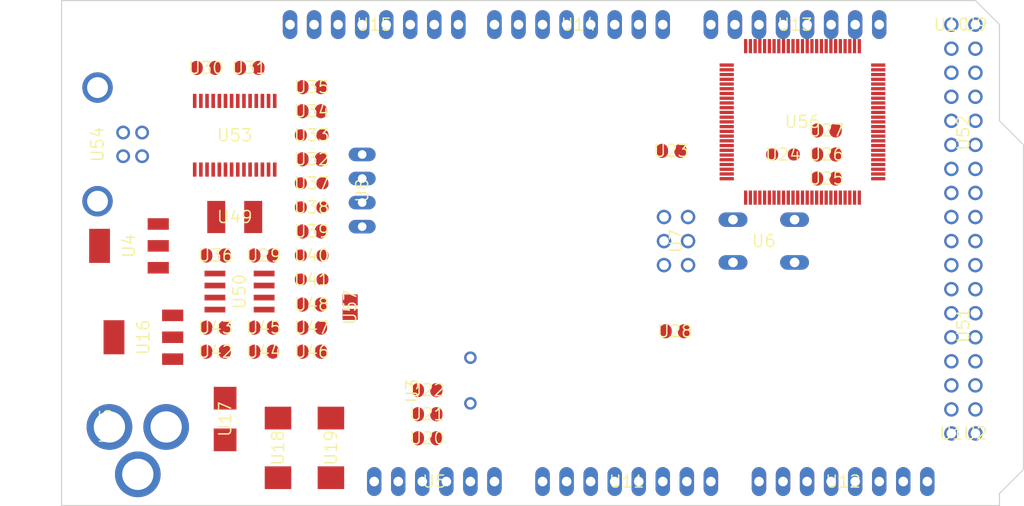
<source format=kicad_pcb>
(kicad_pcb (version 20221018) (generator pcbnew)
  (layers (0 "F.Cu" signal "Top") (31 "B.Cu" signal "Bottom") (34 "B.Paste" user) (35 "F.Paste" user) (36 "B.SilkS" user "B.Silkscreen") (37 "F.SilkS" user "F.Silkscreen") (38 "B.Mask" user) (39 "F.Mask" user) (44 "Edge.Cuts" user))
  (net 0 "")
  (net 1 "+5V")
  (net 2 "GND")
  (net 3 "N$6")
  (net 4 "N$7")
  (net 5 "AREF")
  (net 6 "RESET")
  (net 7 "VIN")
  (net 8 "N$3")
  (net 9 "PWRIN")
  (net 10 "M8RXD")
  (net 11 "M8TXD")
  (net 12 "ADC0")
  (net 13 "ADC2")
  (net 14 "ADC1")
  (net 15 "ADC3")
  (net 16 "ADC4")
  (net 17 "ADC5")
  (net 18 "ADC6")
  (net 19 "ADC7")
  (net 20 "+3V3")
  (net 21 "SDA")
  (net 22 "SCL")
  (net 23 "ADC9")
  (net 24 "ADC8")
  (net 25 "ADC10")
  (net 26 "ADC11")
  (net 27 "ADC12")
  (net 28 "ADC13")
  (net 29 "ADC14")
  (net 30 "ADC15")
  (net 31 "PB3")
  (net 32 "PB2")
  (net 33 "PB1")
  (net 34 "PB5")
  (net 35 "PB4")
  (net 36 "PE5")
  (net 37 "PE4")
  (net 38 "PE3")
  (net 39 "PE1")
  (net 40 "PE0")
  (net 41 "N$15")
  (net 42 "N$53")
  (net 43 "N$54")
  (net 44 "N$55")
  (net 45 "D-")
  (net 46 "D+")
  (net 47 "N$60")
  (net 48 "DTR")
  (net 49 "USBVCC")
  (net 50 "N$2")
  (net 51 "N$4")
  (net 52 "GATE_CMD")
  (net 53 "CMP")
  (net 54 "PB6")
  (net 55 "PH3")
  (net 56 "PH4")
  (net 57 "PH5")
  (net 58 "PH6")
  (net 59 "PG5")
  (net 60 "RXD1")
  (net 61 "TXD1")
  (net 62 "RXD2")
  (net 63 "RXD3")
  (net 64 "TXD2")
  (net 65 "TXD3")
  (net 66 "PC0")
  (net 67 "PC1")
  (net 68 "PC2")
  (net 69 "PC3")
  (net 70 "PC4")
  (net 71 "PC5")
  (net 72 "PC6")
  (net 73 "PC7")
  (net 74 "PB0")
  (net 75 "PG0")
  (net 76 "PG1")
  (net 77 "PG2")
  (net 78 "PD7")
  (net 79 "PA0")
  (net 80 "PA1")
  (net 81 "PA2")
  (net 82 "PA3")
  (net 83 "PA4")
  (net 84 "PA5")
  (net 85 "PA6")
  (net 86 "PA7")
  (net 87 "PL0")
  (net 88 "PL1")
  (net 89 "PL2")
  (net 90 "PL3")
  (net 91 "PL4")
  (net 92 "PL5")
  (net 93 "PL6")
  (net 94 "PL7")
  (net 95 "PB7")
  (net 96 "CTS")
  (net 97 "DSR")
  (net 98 "DCD")
  (net 99 "RI")
  (footprint "Arduino_MEGA_Reference_Design:2X03" (layer "F.Cu") (at 162.5981 103.7336 -90)
    (fp_text reference "U7")
    (fp_text value "")
  )
  (footprint "Arduino_MEGA_Reference_Design:1X08" (layer "F.Cu") (at 152.3111 80.8736 180)
    (fp_text reference "U14")
    (fp_text value "")
  )
  (footprint "Arduino_MEGA_Reference_Design:1X08" (layer "F.Cu") (at 130.7211 80.8736 180)
    (fp_text reference "U15")
    (fp_text value "")
  )
  (footprint "Arduino_MEGA_Reference_Design:SMC_D" (layer "F.Cu") (at 120.5611 125.5776 -90)
    (fp_text reference "U18")
    (fp_text value "")
  )
  (footprint "Arduino_MEGA_Reference_Design:SMC_D" (layer "F.Cu") (at 126.1491 125.5776 -90)
    (fp_text reference "U19")
    (fp_text value "")
  )
  (footprint "Arduino_MEGA_Reference_Design:B3F-10XX" (layer "F.Cu") (at 171.8691 103.7336 180)
    (fp_text reference "U6")
    (fp_text value "")
  )
  (footprint "Arduino_MEGA_Reference_Design:0805RND" (layer "F.Cu") (at 173.9011 94.5896 180)
    (fp_text reference "U24")
    (fp_text value "")
  )
  (footprint "Arduino_MEGA_Reference_Design:SMB" (layer "F.Cu") (at 114.9731 122.5296 -90)
    (fp_text reference "U17")
    (fp_text value "")
  )
  (footprint "Arduino_MEGA_Reference_Design:DC-21MM" (layer "F.Cu") (at 103.0351 123.2916 90)
    (fp_text reference "U55")
    (fp_text value "")
  )
  (footprint "Arduino_MEGA_Reference_Design:HC49_S" (layer "F.Cu") (at 140.8811 118.4656 90)
    (fp_text reference "U3")
    (fp_text value "")
  )
  (footprint "Arduino_MEGA_Reference_Design:SOT223" (layer "F.Cu") (at 106.3371 113.8936 90)
    (fp_text reference "U16")
    (fp_text value "")
  )
  (footprint "Arduino_MEGA_Reference_Design:1X06" (layer "F.Cu") (at 137.0711 129.1336)
    (fp_text reference "U5")
    (fp_text value "")
  )
  (footprint "Arduino_MEGA_Reference_Design:C0805RND" (layer "F.Cu") (at 124.1171 87.4776)
    (fp_text reference "U35")
    (fp_text value "")
  )
  (footprint "Arduino_MEGA_Reference_Design:C0805RND" (layer "F.Cu") (at 162.4711 113.2586)
    (fp_text reference "U28")
    (fp_text value "")
  )
  (footprint "Arduino_MEGA_Reference_Design:C0805RND" (layer "F.Cu") (at 136.3091 122.0216)
    (fp_text reference "U21")
    (fp_text value "")
  )
  (footprint "Arduino_MEGA_Reference_Design:C0805RND" (layer "F.Cu") (at 136.3091 119.4816)
    (fp_text reference "U22")
    (fp_text value "")
  )
  (footprint "Arduino_MEGA_Reference_Design:C0805RND" (layer "F.Cu") (at 113.9571 112.8776)
    (fp_text reference "U43")
    (fp_text value "")
  )
  (footprint "Arduino_MEGA_Reference_Design:RCL_0805RND" (layer "F.Cu") (at 124.1171 105.2576)
    (fp_text reference "U40")
    (fp_text value "")
  )
  (footprint "Arduino_MEGA_Reference_Design:RCL_0805RND" (layer "F.Cu") (at 124.1171 107.7976)
    (fp_text reference "U41")
    (fp_text value "")
  )
  (footprint "Arduino_MEGA_Reference_Design:1X08" (layer "F.Cu") (at 157.3911 129.1336)
    (fp_text reference "U11")
    (fp_text value "")
  )
  (footprint "Arduino_MEGA_Reference_Design:1X08" (layer "F.Cu") (at 175.1711 80.8736 180)
    (fp_text reference "U13")
    (fp_text value "")
  )
  (footprint "Arduino_MEGA_Reference_Design:R0805RND" (layer "F.Cu") (at 178.4731 94.5896 180)
    (fp_text reference "U26")
    (fp_text value "")
  )
  (footprint "Arduino_MEGA_Reference_Design:R0805RND" (layer "F.Cu") (at 178.4731 92.0496 180)
    (fp_text reference "U27")
    (fp_text value "")
  )
  (footprint "Arduino_MEGA_Reference_Design:TQFP100" (layer "F.Cu") (at 175.95455932617188 91.14759826660156 0)
    (fp_text reference "U56")
    (fp_text value "")
  )
  (footprint "Arduino_MEGA_Reference_Design:C0805RND" (layer "F.Cu") (at 162.0901 94.2086 180)
    (fp_text reference "U23")
    (fp_text value "")
  )
  (footprint "Arduino_MEGA_Reference_Design:C0805RND" (layer "F.Cu") (at 136.3091 124.5616)
    (fp_text reference "U20")
    (fp_text value "")
  )
  (footprint "Arduino_MEGA_Reference_Design:1X08" (layer "F.Cu") (at 180.2511 129.1336)
    (fp_text reference "U12")
    (fp_text value "")
  )
  (footprint "Arduino_MEGA_Reference_Design:R0805RND" (layer "F.Cu") (at 124.1171 112.8776)
    (fp_text reference "U47")
    (fp_text value "")
  )
  (footprint "Arduino_MEGA_Reference_Design:C0805RND" (layer "F.Cu") (at 124.1171 115.4176)
    (fp_text reference "U46")
    (fp_text value "")
  )
  (footprint "Arduino_MEGA_Reference_Design:C0805RND" (layer "F.Cu") (at 113.9571 105.2576)
    (fp_text reference "U36")
    (fp_text value "")
  )
  (footprint "Arduino_MEGA_Reference_Design:C0805RND" (layer "F.Cu") (at 112.9411 85.4456)
    (fp_text reference "U30")
    (fp_text value "")
  )
  (footprint "Arduino_MEGA_Reference_Design:0805RND" (layer "F.Cu") (at 124.1171 100.1776 180)
    (fp_text reference "U38")
    (fp_text value "")
  )
  (footprint "Arduino_MEGA_Reference_Design:0805RND" (layer "F.Cu") (at 124.1171 97.6376 180)
    (fp_text reference "U37")
    (fp_text value "")
  )
  (footprint "Arduino_MEGA_Reference_Design:R0805RND" (layer "F.Cu") (at 124.1171 95.0976)
    (fp_text reference "U32")
    (fp_text value "")
  )
  (footprint "Arduino_MEGA_Reference_Design:R0805RND" (layer "F.Cu") (at 124.1171 102.7176)
    (fp_text reference "U39")
    (fp_text value "")
  )
  (footprint "Arduino_MEGA_Reference_Design:SSOP28" (layer "F.Cu") (at 115.9891 92.5576)
    (fp_text reference "U53")
    (fp_text value "")
  )
  (footprint "Arduino_MEGA_Reference_Design:PN61729" (layer "F.Cu") (at 98.9584 93.5228 -90)
    (fp_text reference "U54")
    (fp_text value "")
  )
  (footprint "Arduino_MEGA_Reference_Design:L1812" (layer "F.Cu") (at 115.9891 101.1936)
    (fp_text reference "U49")
    (fp_text value "")
  )
  (footprint "Arduino_MEGA_Reference_Design:C0805RND" (layer "F.Cu") (at 117.5131 85.4456)
    (fp_text reference "U31")
    (fp_text value "")
  )
  (footprint "Arduino_MEGA_Reference_Design:0805RND" (layer "F.Cu") (at 124.1171 92.5576 180)
    (fp_text reference "U33")
    (fp_text value "")
  )
  (footprint "Arduino_MEGA_Reference_Design:R0805RND" (layer "F.Cu") (at 124.1171 90.0176 180)
    (fp_text reference "U34")
    (fp_text value "")
  )
  (footprint "Arduino_MEGA_Reference_Design:C0805RND" (layer "F.Cu") (at 124.1171 110.4392 180)
    (fp_text reference "U48")
    (fp_text value "")
  )
  (footprint "Arduino_MEGA_Reference_Design:SOT223" (layer "F.Cu") (at 104.8131 104.2416 90)
    (fp_text reference "U4")
    (fp_text value "")
  )
  (footprint "Arduino_MEGA_Reference_Design:SO08" (layer "F.Cu") (at 116.4971 109.0676 -90)
    (fp_text reference "U50")
    (fp_text value "")
  )
  (footprint "Arduino_MEGA_Reference_Design:R0805RND" (layer "F.Cu") (at 113.9571 115.4176 180)
    (fp_text reference "U42")
    (fp_text value "")
  )
  (footprint "Arduino_MEGA_Reference_Design:R0805RND" (layer "F.Cu") (at 119.0371 112.8776 180)
    (fp_text reference "U45")
    (fp_text value "")
  )
  (footprint "Arduino_MEGA_Reference_Design:C0805RND" (layer "F.Cu") (at 119.0371 115.4176 180)
    (fp_text reference "U44")
    (fp_text value "")
  )
  (footprint "Arduino_MEGA_Reference_Design:C0805RND" (layer "F.Cu") (at 119.0371 105.2576)
    (fp_text reference "U29")
    (fp_text value "")
  )
  (footprint "Arduino_MEGA_Reference_Design:2X08" (layer "F.Cu") (at 192.9511 92.3036 90)
    (fp_text reference "U52")
    (fp_text value "")
  )
  (footprint "Arduino_MEGA_Reference_Design:2X08" (layer "F.Cu") (at 192.9511 112.6236 90)
    (fp_text reference "U51")
    (fp_text value "")
  )
  (footprint "Arduino_MEGA_Reference_Design:R0805RND" (layer "F.Cu") (at 178.4731 97.1296 180)
    (fp_text reference "U25")
    (fp_text value "")
  )
  (footprint "Arduino_MEGA_Reference_Design:1X01" (layer "F.Cu") (at 191.6811 80.8736)
    (fp_text reference "U10")
    (fp_text value "")
  )
  (footprint "Arduino_MEGA_Reference_Design:1X01" (layer "F.Cu") (at 194.2211 80.8736)
    (fp_text reference "U9")
    (fp_text value "")
  )
  (footprint "Arduino_MEGA_Reference_Design:1X01" (layer "F.Cu") (at 191.6811 124.0536)
    (fp_text reference "U1")
    (fp_text value "")
  )
  (footprint "Arduino_MEGA_Reference_Design:1X01" (layer "F.Cu") (at 194.2211 124.0536)
    (fp_text reference "U2")
    (fp_text value "")
  )
  (footprint "Arduino_MEGA_Reference_Design:SJ" (layer "F.Cu") (at 128.1811 110.7186 -90)
    (fp_text reference "U57")
    (fp_text value "")
  )
  (footprint "Arduino_MEGA_Reference_Design:JP4" (layer "F.Cu") (at 129.4511 98.3996 -90)
    (fp_text reference "U8")
    (fp_text value "")
  )
  (gr_line (start 196.7611 80.8736) (end 196.7611 91.0336) (layer "Edge.Cuts") (width 0.12))
  (gr_line (start 196.7611 130.4036) (end 196.7611 131.6736) (layer "Edge.Cuts") (width 0.12))
  (gr_line (start 194.2211 78.3336) (end 196.7611 80.8736) (layer "Edge.Cuts") (width 0.12))
  (gr_line (start 97.7011 78.3336) (end 194.2211 78.3336) (layer "Edge.Cuts") (width 0.12))
  (gr_line (start 196.7611 91.0336) (end 199.3011 93.5736) (layer "Edge.Cuts") (width 0.12))
  (gr_line (start 97.7011 131.6736) (end 97.7011 78.3336) (layer "Edge.Cuts") (width 0.12))
  (gr_line (start 196.7611 131.6736) (end 97.7011 131.6736) (layer "Edge.Cuts") (width 0.12))
  (gr_line (start 199.3011 93.5736) (end 199.3011 127.8636) (layer "Edge.Cuts") (width 0.12))
  (gr_line (start 199.3011 127.8636) (end 196.7611 130.4036) (layer "Edge.Cuts") (width 0.12))
)
</source>
